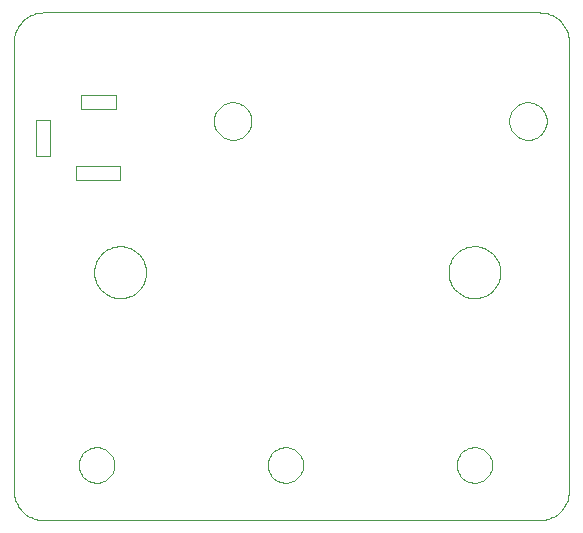
<source format=gko>
G75*
G70*
%OFA0B0*%
%FSLAX24Y24*%
%IPPOS*%
%LPD*%
%AMOC8*
5,1,8,0,0,1.08239X$1,22.5*
%
%ADD10C,0.0000*%
D10*
X023010Y001186D02*
X023010Y016146D01*
X023012Y016208D01*
X023018Y016269D01*
X023027Y016330D01*
X023041Y016391D01*
X023058Y016450D01*
X023079Y016508D01*
X023104Y016565D01*
X023132Y016620D01*
X023163Y016673D01*
X023198Y016724D01*
X023236Y016773D01*
X023277Y016820D01*
X023320Y016863D01*
X023367Y016904D01*
X023416Y016942D01*
X023467Y016977D01*
X023520Y017008D01*
X023575Y017036D01*
X023632Y017061D01*
X023690Y017082D01*
X023749Y017099D01*
X023810Y017113D01*
X023871Y017122D01*
X023932Y017128D01*
X023994Y017130D01*
X023994Y017131D02*
X040529Y017131D01*
X040529Y017130D02*
X040591Y017128D01*
X040652Y017122D01*
X040713Y017113D01*
X040774Y017099D01*
X040833Y017082D01*
X040891Y017061D01*
X040948Y017036D01*
X041003Y017008D01*
X041056Y016977D01*
X041107Y016942D01*
X041156Y016904D01*
X041203Y016863D01*
X041246Y016820D01*
X041287Y016773D01*
X041325Y016724D01*
X041360Y016673D01*
X041391Y016620D01*
X041419Y016565D01*
X041444Y016508D01*
X041465Y016450D01*
X041482Y016391D01*
X041496Y016330D01*
X041505Y016269D01*
X041511Y016208D01*
X041513Y016146D01*
X041514Y016146D02*
X041514Y001186D01*
X041513Y001186D02*
X041511Y001124D01*
X041505Y001063D01*
X041496Y001002D01*
X041482Y000941D01*
X041465Y000882D01*
X041444Y000824D01*
X041419Y000767D01*
X041391Y000712D01*
X041360Y000659D01*
X041325Y000608D01*
X041287Y000559D01*
X041246Y000512D01*
X041203Y000469D01*
X041156Y000428D01*
X041107Y000390D01*
X041056Y000355D01*
X041003Y000324D01*
X040948Y000296D01*
X040891Y000271D01*
X040833Y000250D01*
X040774Y000233D01*
X040713Y000219D01*
X040652Y000210D01*
X040591Y000204D01*
X040529Y000202D01*
X023994Y000202D01*
X023932Y000204D01*
X023871Y000210D01*
X023810Y000219D01*
X023749Y000233D01*
X023690Y000250D01*
X023632Y000271D01*
X023575Y000296D01*
X023520Y000324D01*
X023467Y000355D01*
X023416Y000390D01*
X023367Y000428D01*
X023320Y000469D01*
X023277Y000512D01*
X023236Y000559D01*
X023198Y000608D01*
X023163Y000659D01*
X023132Y000712D01*
X023104Y000767D01*
X023079Y000824D01*
X023058Y000882D01*
X023041Y000941D01*
X023027Y001002D01*
X023018Y001063D01*
X023012Y001124D01*
X023010Y001186D01*
X025175Y002044D02*
X025177Y002092D01*
X025183Y002140D01*
X025193Y002187D01*
X025206Y002233D01*
X025224Y002278D01*
X025244Y002322D01*
X025269Y002364D01*
X025297Y002403D01*
X025327Y002440D01*
X025361Y002474D01*
X025398Y002506D01*
X025436Y002535D01*
X025477Y002560D01*
X025520Y002582D01*
X025565Y002600D01*
X025611Y002614D01*
X025658Y002625D01*
X025706Y002632D01*
X025754Y002635D01*
X025802Y002634D01*
X025850Y002629D01*
X025898Y002620D01*
X025944Y002608D01*
X025989Y002591D01*
X026033Y002571D01*
X026075Y002548D01*
X026115Y002521D01*
X026153Y002491D01*
X026188Y002458D01*
X026220Y002422D01*
X026250Y002384D01*
X026276Y002343D01*
X026298Y002300D01*
X026318Y002256D01*
X026333Y002211D01*
X026345Y002164D01*
X026353Y002116D01*
X026357Y002068D01*
X026357Y002020D01*
X026353Y001972D01*
X026345Y001924D01*
X026333Y001877D01*
X026318Y001832D01*
X026298Y001788D01*
X026276Y001745D01*
X026250Y001704D01*
X026220Y001666D01*
X026188Y001630D01*
X026153Y001597D01*
X026115Y001567D01*
X026075Y001540D01*
X026033Y001517D01*
X025989Y001497D01*
X025944Y001480D01*
X025898Y001468D01*
X025850Y001459D01*
X025802Y001454D01*
X025754Y001453D01*
X025706Y001456D01*
X025658Y001463D01*
X025611Y001474D01*
X025565Y001488D01*
X025520Y001506D01*
X025477Y001528D01*
X025436Y001553D01*
X025398Y001582D01*
X025361Y001614D01*
X025327Y001648D01*
X025297Y001685D01*
X025269Y001724D01*
X025244Y001766D01*
X025224Y001810D01*
X025206Y001855D01*
X025193Y001901D01*
X025183Y001948D01*
X025177Y001996D01*
X025175Y002044D01*
X031474Y002044D02*
X031476Y002092D01*
X031482Y002140D01*
X031492Y002187D01*
X031505Y002233D01*
X031523Y002278D01*
X031543Y002322D01*
X031568Y002364D01*
X031596Y002403D01*
X031626Y002440D01*
X031660Y002474D01*
X031697Y002506D01*
X031735Y002535D01*
X031776Y002560D01*
X031819Y002582D01*
X031864Y002600D01*
X031910Y002614D01*
X031957Y002625D01*
X032005Y002632D01*
X032053Y002635D01*
X032101Y002634D01*
X032149Y002629D01*
X032197Y002620D01*
X032243Y002608D01*
X032288Y002591D01*
X032332Y002571D01*
X032374Y002548D01*
X032414Y002521D01*
X032452Y002491D01*
X032487Y002458D01*
X032519Y002422D01*
X032549Y002384D01*
X032575Y002343D01*
X032597Y002300D01*
X032617Y002256D01*
X032632Y002211D01*
X032644Y002164D01*
X032652Y002116D01*
X032656Y002068D01*
X032656Y002020D01*
X032652Y001972D01*
X032644Y001924D01*
X032632Y001877D01*
X032617Y001832D01*
X032597Y001788D01*
X032575Y001745D01*
X032549Y001704D01*
X032519Y001666D01*
X032487Y001630D01*
X032452Y001597D01*
X032414Y001567D01*
X032374Y001540D01*
X032332Y001517D01*
X032288Y001497D01*
X032243Y001480D01*
X032197Y001468D01*
X032149Y001459D01*
X032101Y001454D01*
X032053Y001453D01*
X032005Y001456D01*
X031957Y001463D01*
X031910Y001474D01*
X031864Y001488D01*
X031819Y001506D01*
X031776Y001528D01*
X031735Y001553D01*
X031697Y001582D01*
X031660Y001614D01*
X031626Y001648D01*
X031596Y001685D01*
X031568Y001724D01*
X031543Y001766D01*
X031523Y001810D01*
X031505Y001855D01*
X031492Y001901D01*
X031482Y001948D01*
X031476Y001996D01*
X031474Y002044D01*
X037773Y002044D02*
X037775Y002092D01*
X037781Y002140D01*
X037791Y002187D01*
X037804Y002233D01*
X037822Y002278D01*
X037842Y002322D01*
X037867Y002364D01*
X037895Y002403D01*
X037925Y002440D01*
X037959Y002474D01*
X037996Y002506D01*
X038034Y002535D01*
X038075Y002560D01*
X038118Y002582D01*
X038163Y002600D01*
X038209Y002614D01*
X038256Y002625D01*
X038304Y002632D01*
X038352Y002635D01*
X038400Y002634D01*
X038448Y002629D01*
X038496Y002620D01*
X038542Y002608D01*
X038587Y002591D01*
X038631Y002571D01*
X038673Y002548D01*
X038713Y002521D01*
X038751Y002491D01*
X038786Y002458D01*
X038818Y002422D01*
X038848Y002384D01*
X038874Y002343D01*
X038896Y002300D01*
X038916Y002256D01*
X038931Y002211D01*
X038943Y002164D01*
X038951Y002116D01*
X038955Y002068D01*
X038955Y002020D01*
X038951Y001972D01*
X038943Y001924D01*
X038931Y001877D01*
X038916Y001832D01*
X038896Y001788D01*
X038874Y001745D01*
X038848Y001704D01*
X038818Y001666D01*
X038786Y001630D01*
X038751Y001597D01*
X038713Y001567D01*
X038673Y001540D01*
X038631Y001517D01*
X038587Y001497D01*
X038542Y001480D01*
X038496Y001468D01*
X038448Y001459D01*
X038400Y001454D01*
X038352Y001453D01*
X038304Y001456D01*
X038256Y001463D01*
X038209Y001474D01*
X038163Y001488D01*
X038118Y001506D01*
X038075Y001528D01*
X038034Y001553D01*
X037996Y001582D01*
X037959Y001614D01*
X037925Y001648D01*
X037895Y001685D01*
X037867Y001724D01*
X037842Y001766D01*
X037822Y001810D01*
X037804Y001855D01*
X037791Y001901D01*
X037781Y001948D01*
X037775Y001996D01*
X037773Y002044D01*
X037498Y008469D02*
X037500Y008527D01*
X037506Y008586D01*
X037516Y008643D01*
X037529Y008700D01*
X037547Y008756D01*
X037568Y008811D01*
X037593Y008863D01*
X037621Y008915D01*
X037653Y008964D01*
X037688Y009011D01*
X037726Y009055D01*
X037767Y009097D01*
X037811Y009136D01*
X037857Y009171D01*
X037906Y009204D01*
X037957Y009233D01*
X038009Y009259D01*
X038063Y009281D01*
X038119Y009300D01*
X038175Y009314D01*
X038233Y009325D01*
X038291Y009332D01*
X038349Y009335D01*
X038408Y009334D01*
X038466Y009329D01*
X038524Y009320D01*
X038581Y009307D01*
X038637Y009291D01*
X038692Y009270D01*
X038745Y009246D01*
X038797Y009219D01*
X038847Y009188D01*
X038894Y009154D01*
X038939Y009116D01*
X038982Y009076D01*
X039021Y009033D01*
X039058Y008987D01*
X039091Y008939D01*
X039121Y008889D01*
X039148Y008837D01*
X039171Y008783D01*
X039190Y008728D01*
X039206Y008672D01*
X039218Y008615D01*
X039226Y008557D01*
X039230Y008498D01*
X039230Y008440D01*
X039226Y008381D01*
X039218Y008323D01*
X039206Y008266D01*
X039190Y008210D01*
X039171Y008155D01*
X039148Y008101D01*
X039121Y008049D01*
X039091Y007999D01*
X039058Y007951D01*
X039021Y007905D01*
X038982Y007862D01*
X038939Y007822D01*
X038894Y007784D01*
X038847Y007750D01*
X038797Y007719D01*
X038745Y007692D01*
X038692Y007668D01*
X038637Y007647D01*
X038581Y007631D01*
X038524Y007618D01*
X038466Y007609D01*
X038408Y007604D01*
X038349Y007603D01*
X038291Y007606D01*
X038233Y007613D01*
X038175Y007624D01*
X038119Y007638D01*
X038063Y007657D01*
X038009Y007679D01*
X037957Y007705D01*
X037906Y007734D01*
X037857Y007767D01*
X037811Y007802D01*
X037767Y007841D01*
X037726Y007883D01*
X037688Y007927D01*
X037653Y007974D01*
X037621Y008023D01*
X037593Y008075D01*
X037568Y008127D01*
X037547Y008182D01*
X037529Y008238D01*
X037516Y008295D01*
X037506Y008352D01*
X037500Y008411D01*
X037498Y008469D01*
X039516Y013511D02*
X039518Y013561D01*
X039524Y013610D01*
X039534Y013659D01*
X039547Y013707D01*
X039565Y013753D01*
X039586Y013799D01*
X039611Y013842D01*
X039638Y013883D01*
X039670Y013922D01*
X039704Y013958D01*
X039741Y013991D01*
X039780Y014022D01*
X039822Y014049D01*
X039866Y014073D01*
X039911Y014093D01*
X039958Y014109D01*
X040006Y014122D01*
X040055Y014131D01*
X040105Y014136D01*
X040154Y014137D01*
X040204Y014134D01*
X040253Y014127D01*
X040302Y014116D01*
X040350Y014102D01*
X040396Y014083D01*
X040441Y014061D01*
X040483Y014036D01*
X040524Y014007D01*
X040562Y013975D01*
X040598Y013940D01*
X040630Y013903D01*
X040660Y013863D01*
X040686Y013820D01*
X040709Y013776D01*
X040728Y013730D01*
X040744Y013683D01*
X040756Y013635D01*
X040764Y013586D01*
X040768Y013536D01*
X040768Y013486D01*
X040764Y013436D01*
X040756Y013387D01*
X040744Y013339D01*
X040728Y013292D01*
X040709Y013246D01*
X040686Y013202D01*
X040660Y013159D01*
X040630Y013119D01*
X040598Y013082D01*
X040562Y013047D01*
X040524Y013015D01*
X040483Y012986D01*
X040441Y012961D01*
X040396Y012939D01*
X040350Y012920D01*
X040302Y012906D01*
X040253Y012895D01*
X040204Y012888D01*
X040154Y012885D01*
X040105Y012886D01*
X040055Y012891D01*
X040006Y012900D01*
X039958Y012913D01*
X039911Y012929D01*
X039866Y012949D01*
X039822Y012973D01*
X039780Y013000D01*
X039741Y013031D01*
X039704Y013064D01*
X039670Y013100D01*
X039638Y013139D01*
X039611Y013180D01*
X039586Y013223D01*
X039565Y013269D01*
X039547Y013315D01*
X039534Y013363D01*
X039524Y013412D01*
X039518Y013461D01*
X039516Y013511D01*
X029677Y013511D02*
X029679Y013561D01*
X029685Y013610D01*
X029695Y013659D01*
X029708Y013707D01*
X029726Y013753D01*
X029747Y013799D01*
X029772Y013842D01*
X029799Y013883D01*
X029831Y013922D01*
X029865Y013958D01*
X029902Y013991D01*
X029941Y014022D01*
X029983Y014049D01*
X030027Y014073D01*
X030072Y014093D01*
X030119Y014109D01*
X030167Y014122D01*
X030216Y014131D01*
X030266Y014136D01*
X030315Y014137D01*
X030365Y014134D01*
X030414Y014127D01*
X030463Y014116D01*
X030511Y014102D01*
X030557Y014083D01*
X030602Y014061D01*
X030644Y014036D01*
X030685Y014007D01*
X030723Y013975D01*
X030759Y013940D01*
X030791Y013903D01*
X030821Y013863D01*
X030847Y013820D01*
X030870Y013776D01*
X030889Y013730D01*
X030905Y013683D01*
X030917Y013635D01*
X030925Y013586D01*
X030929Y013536D01*
X030929Y013486D01*
X030925Y013436D01*
X030917Y013387D01*
X030905Y013339D01*
X030889Y013292D01*
X030870Y013246D01*
X030847Y013202D01*
X030821Y013159D01*
X030791Y013119D01*
X030759Y013082D01*
X030723Y013047D01*
X030685Y013015D01*
X030644Y012986D01*
X030602Y012961D01*
X030557Y012939D01*
X030511Y012920D01*
X030463Y012906D01*
X030414Y012895D01*
X030365Y012888D01*
X030315Y012885D01*
X030266Y012886D01*
X030216Y012891D01*
X030167Y012900D01*
X030119Y012913D01*
X030072Y012929D01*
X030027Y012949D01*
X029983Y012973D01*
X029941Y013000D01*
X029902Y013031D01*
X029865Y013064D01*
X029831Y013100D01*
X029799Y013139D01*
X029772Y013180D01*
X029747Y013223D01*
X029726Y013269D01*
X029708Y013315D01*
X029695Y013363D01*
X029685Y013412D01*
X029679Y013461D01*
X029677Y013511D01*
X026413Y013896D02*
X025232Y013896D01*
X025232Y014369D01*
X026413Y014369D01*
X026413Y013896D01*
X024209Y013542D02*
X023736Y013542D01*
X023736Y012361D01*
X024209Y012361D01*
X024209Y013542D01*
X025075Y012007D02*
X025075Y011534D01*
X026531Y011534D01*
X026531Y012007D01*
X025075Y012007D01*
X025687Y008469D02*
X025689Y008527D01*
X025695Y008586D01*
X025705Y008643D01*
X025718Y008700D01*
X025736Y008756D01*
X025757Y008811D01*
X025782Y008863D01*
X025810Y008915D01*
X025842Y008964D01*
X025877Y009011D01*
X025915Y009055D01*
X025956Y009097D01*
X026000Y009136D01*
X026046Y009171D01*
X026095Y009204D01*
X026146Y009233D01*
X026198Y009259D01*
X026252Y009281D01*
X026308Y009300D01*
X026364Y009314D01*
X026422Y009325D01*
X026480Y009332D01*
X026538Y009335D01*
X026597Y009334D01*
X026655Y009329D01*
X026713Y009320D01*
X026770Y009307D01*
X026826Y009291D01*
X026881Y009270D01*
X026934Y009246D01*
X026986Y009219D01*
X027036Y009188D01*
X027083Y009154D01*
X027128Y009116D01*
X027171Y009076D01*
X027210Y009033D01*
X027247Y008987D01*
X027280Y008939D01*
X027310Y008889D01*
X027337Y008837D01*
X027360Y008783D01*
X027379Y008728D01*
X027395Y008672D01*
X027407Y008615D01*
X027415Y008557D01*
X027419Y008498D01*
X027419Y008440D01*
X027415Y008381D01*
X027407Y008323D01*
X027395Y008266D01*
X027379Y008210D01*
X027360Y008155D01*
X027337Y008101D01*
X027310Y008049D01*
X027280Y007999D01*
X027247Y007951D01*
X027210Y007905D01*
X027171Y007862D01*
X027128Y007822D01*
X027083Y007784D01*
X027036Y007750D01*
X026986Y007719D01*
X026934Y007692D01*
X026881Y007668D01*
X026826Y007647D01*
X026770Y007631D01*
X026713Y007618D01*
X026655Y007609D01*
X026597Y007604D01*
X026538Y007603D01*
X026480Y007606D01*
X026422Y007613D01*
X026364Y007624D01*
X026308Y007638D01*
X026252Y007657D01*
X026198Y007679D01*
X026146Y007705D01*
X026095Y007734D01*
X026046Y007767D01*
X026000Y007802D01*
X025956Y007841D01*
X025915Y007883D01*
X025877Y007927D01*
X025842Y007974D01*
X025810Y008023D01*
X025782Y008075D01*
X025757Y008127D01*
X025736Y008182D01*
X025718Y008238D01*
X025705Y008295D01*
X025695Y008352D01*
X025689Y008411D01*
X025687Y008469D01*
M02*

</source>
